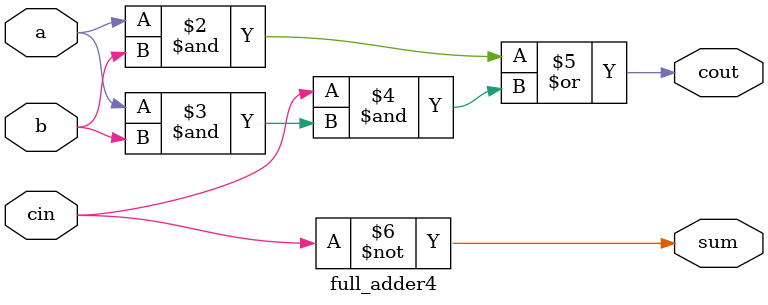
<source format=v>
module full_adder4(a,b,cin,sum,cout);
input a,b,cin;
output sum,cout;
assign sum = 1'b1^cin;
assign cout = a&b|cin&(a&b); 
// initial begin
//     $display("The incorrect adder with xor0 and xor1 having out/1 and in1/1");
// end   
endmodule
</source>
